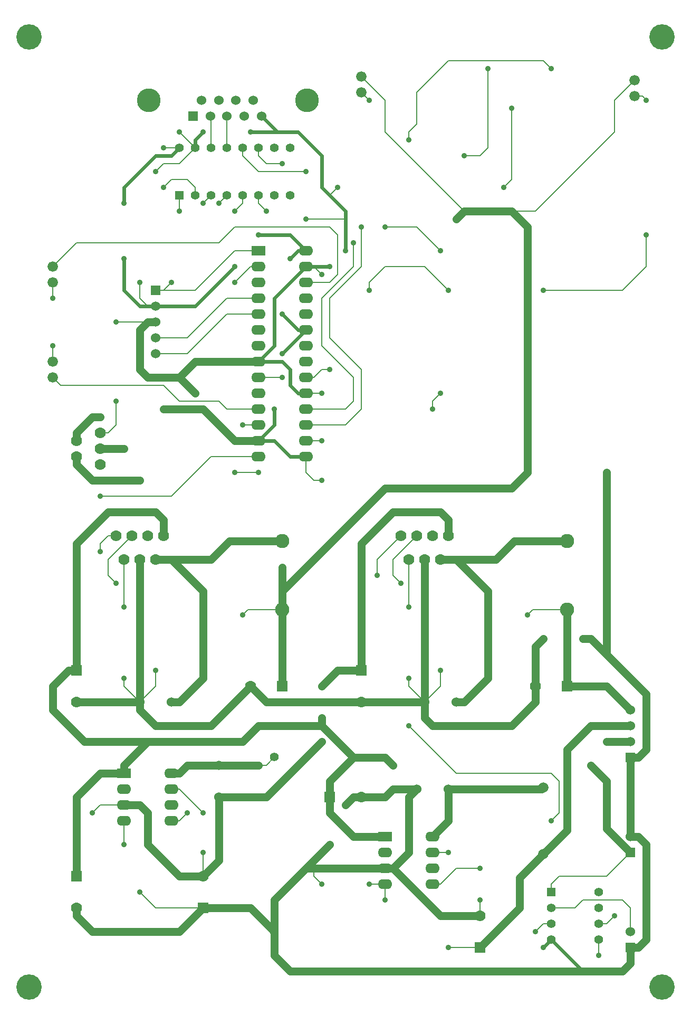
<source format=gbl>
G04 (created by PCBNEW-RS274X (2011-05-25)-stable) date Sun 19 Apr 2015 11:47:36 PM CDT*
G01*
G70*
G90*
%MOIN*%
G04 Gerber Fmt 3.4, Leading zero omitted, Abs format*
%FSLAX34Y34*%
G04 APERTURE LIST*
%ADD10C,0.006000*%
%ADD11R,0.060000X0.060000*%
%ADD12C,0.060000*%
%ADD13C,0.066000*%
%ADD14C,0.055000*%
%ADD15R,0.090000X0.062000*%
%ADD16O,0.090000X0.062000*%
%ADD17C,0.150000*%
%ADD18C,0.089800*%
%ADD19C,0.065400*%
%ADD20R,0.070000X0.070000*%
%ADD21C,0.070000*%
%ADD22R,0.055000X0.055000*%
%ADD23C,0.160000*%
%ADD24C,0.035000*%
%ADD25C,0.051200*%
%ADD26C,0.023600*%
%ADD27C,0.008000*%
G04 APERTURE END LIST*
G54D10*
G54D11*
X17000Y-31000D03*
G54D12*
X17000Y-32000D03*
X17000Y-33000D03*
X17000Y-34000D03*
X17000Y-35000D03*
G54D11*
X47000Y-66500D03*
G54D12*
X47000Y-65500D03*
G54D11*
X47000Y-72500D03*
G54D12*
X47000Y-71500D03*
X35500Y-62500D03*
X33500Y-62500D03*
X18000Y-57000D03*
X16000Y-57000D03*
X36000Y-57000D03*
X34000Y-57000D03*
X21000Y-61000D03*
X21000Y-63000D03*
G54D13*
X30000Y-17500D03*
X30000Y-18500D03*
X10500Y-36500D03*
X10500Y-35500D03*
X10500Y-29500D03*
X10500Y-30500D03*
X47250Y-17750D03*
X47250Y-18750D03*
G54D14*
X24500Y-71512D03*
X24500Y-60488D03*
G54D15*
X15000Y-61500D03*
G54D16*
X15000Y-62500D03*
X15000Y-63500D03*
X15000Y-64500D03*
X18000Y-64500D03*
X18000Y-63500D03*
X18000Y-62500D03*
X18000Y-61500D03*
G54D15*
X31500Y-65500D03*
G54D16*
X31500Y-66500D03*
X31500Y-67500D03*
X31500Y-68500D03*
X34500Y-68500D03*
X34500Y-67500D03*
X34500Y-66500D03*
X34500Y-65500D03*
X23500Y-29500D03*
X23500Y-30500D03*
X23500Y-31500D03*
X23500Y-32500D03*
X23500Y-33500D03*
X23500Y-34500D03*
X23500Y-35500D03*
X23500Y-36500D03*
X23500Y-37500D03*
X23500Y-38500D03*
X23500Y-39500D03*
X23500Y-40500D03*
X23500Y-41500D03*
G54D15*
X23500Y-28500D03*
G54D16*
X26500Y-41500D03*
X26500Y-40500D03*
X26500Y-39500D03*
X26500Y-38500D03*
X26500Y-37500D03*
X26500Y-36500D03*
X26500Y-35500D03*
X26500Y-34500D03*
X26500Y-33500D03*
X26500Y-32500D03*
X26500Y-31500D03*
X26500Y-30500D03*
X26500Y-29500D03*
X26500Y-28500D03*
G54D17*
X26550Y-19000D03*
X16550Y-19000D03*
G54D11*
X19350Y-20000D03*
G54D12*
X20450Y-20000D03*
X21500Y-20000D03*
X22600Y-20000D03*
X23700Y-20000D03*
X19900Y-19000D03*
X21000Y-19000D03*
X22050Y-19000D03*
X23150Y-19000D03*
G54D18*
X43000Y-51165D03*
X43000Y-46835D03*
X25000Y-51165D03*
X25000Y-46835D03*
G54D19*
X41500Y-66606D03*
X41500Y-62394D03*
G54D20*
X12000Y-55000D03*
G54D21*
X12000Y-57000D03*
G54D20*
X30000Y-55000D03*
G54D21*
X30000Y-57000D03*
G54D20*
X25000Y-56000D03*
G54D21*
X23000Y-56000D03*
G54D20*
X37500Y-72500D03*
G54D21*
X37500Y-70500D03*
G54D20*
X43000Y-56000D03*
G54D21*
X41000Y-56000D03*
G54D20*
X12000Y-68000D03*
G54D21*
X12000Y-70000D03*
G54D20*
X20000Y-70000D03*
G54D21*
X20000Y-68000D03*
G54D20*
X28000Y-63000D03*
G54D21*
X30000Y-63000D03*
G54D11*
X47000Y-60500D03*
G54D12*
X47000Y-59500D03*
X47000Y-58500D03*
X47000Y-57500D03*
G54D21*
X35500Y-46500D03*
X34500Y-46500D03*
X33500Y-46500D03*
X32500Y-46500D03*
X35000Y-48000D03*
X34000Y-48000D03*
X33000Y-48000D03*
X17500Y-46500D03*
X16500Y-46500D03*
X15500Y-46500D03*
X14500Y-46500D03*
X17000Y-48000D03*
X16000Y-48000D03*
X15000Y-48000D03*
G54D22*
X18500Y-25000D03*
G54D14*
X19500Y-25000D03*
X20500Y-25000D03*
X21500Y-25000D03*
X22500Y-25000D03*
X23500Y-25000D03*
X24500Y-25000D03*
X25500Y-25000D03*
X25500Y-22000D03*
X24500Y-22000D03*
X23500Y-22000D03*
X22500Y-22000D03*
X21500Y-22000D03*
X20500Y-22000D03*
X19500Y-22000D03*
X18500Y-22000D03*
G54D22*
X42000Y-69000D03*
G54D14*
X42000Y-70000D03*
X42000Y-71000D03*
X42000Y-72000D03*
X45000Y-72000D03*
X45000Y-71000D03*
X45000Y-70000D03*
X45000Y-69000D03*
G54D21*
X12000Y-41500D03*
X12000Y-40500D03*
X13500Y-42000D03*
X13500Y-41000D03*
X13500Y-40000D03*
G54D23*
X09000Y-15000D03*
X09000Y-75000D03*
X49000Y-75000D03*
X49000Y-15000D03*
G54D24*
X17500Y-38500D03*
X13500Y-39000D03*
X15000Y-29000D03*
X15000Y-25500D03*
X17500Y-22000D03*
X23500Y-27500D03*
X22000Y-29500D03*
X27500Y-43000D03*
X16000Y-30500D03*
X25000Y-35000D03*
X24500Y-38500D03*
X25500Y-29000D03*
X25000Y-32500D03*
X25000Y-48500D03*
X16000Y-43000D03*
X36000Y-26500D03*
X22500Y-51500D03*
X40500Y-51500D03*
X35500Y-72500D03*
X20000Y-66500D03*
X27500Y-59500D03*
X45500Y-59500D03*
X13000Y-64000D03*
X45000Y-73000D03*
X13500Y-44000D03*
X26500Y-26500D03*
X28500Y-24500D03*
X15000Y-41000D03*
X17000Y-23500D03*
X18500Y-21000D03*
X23000Y-21000D03*
X20000Y-21000D03*
X28000Y-29500D03*
X29000Y-28500D03*
X41500Y-72500D03*
X19500Y-37500D03*
X27500Y-68500D03*
X44000Y-53000D03*
X41500Y-53000D03*
X28000Y-66000D03*
X29000Y-63500D03*
X33000Y-55500D03*
X27500Y-30000D03*
X27500Y-37500D03*
X45500Y-42500D03*
X14500Y-33000D03*
X15000Y-55500D03*
X35000Y-55000D03*
X17000Y-55000D03*
X37500Y-69500D03*
X16000Y-69000D03*
X30500Y-19000D03*
X35000Y-28500D03*
X31500Y-27000D03*
X10500Y-31500D03*
X10500Y-34500D03*
X48000Y-19000D03*
X38000Y-17000D03*
X36500Y-22500D03*
X29500Y-28000D03*
X25000Y-23000D03*
X24000Y-26000D03*
X20000Y-25500D03*
X18500Y-26000D03*
X22000Y-26000D03*
X21000Y-25500D03*
X27500Y-40500D03*
X25000Y-36500D03*
X22500Y-39500D03*
X23500Y-42500D03*
X22000Y-42500D03*
X22000Y-30500D03*
X34500Y-38500D03*
X35000Y-37500D03*
X28000Y-36000D03*
X35500Y-31000D03*
X30500Y-31000D03*
X30000Y-27000D03*
X26500Y-23500D03*
X48000Y-27500D03*
X41500Y-31000D03*
X18000Y-30500D03*
X17500Y-24500D03*
X39500Y-19500D03*
X39000Y-24500D03*
X42000Y-17000D03*
X33000Y-21500D03*
X14500Y-38000D03*
X32000Y-61000D03*
X44500Y-61000D03*
X27500Y-58000D03*
X27500Y-56000D03*
X15000Y-51000D03*
X14500Y-49500D03*
X33000Y-51000D03*
X35500Y-66500D03*
X15000Y-66000D03*
X41000Y-71500D03*
X20000Y-64000D03*
X30500Y-68500D03*
X31500Y-69500D03*
X46000Y-70500D03*
X42000Y-64500D03*
X33000Y-58500D03*
X37500Y-67500D03*
X19000Y-64000D03*
X13500Y-47500D03*
X31000Y-49000D03*
X32500Y-49500D03*
G54D25*
X23500Y-40500D02*
X22500Y-40500D01*
X17500Y-38500D02*
X20000Y-38500D01*
X22000Y-40500D02*
X20000Y-38500D01*
X22500Y-40500D02*
X22000Y-40500D01*
X12000Y-40000D02*
X12000Y-40500D01*
X13000Y-39000D02*
X12000Y-40000D01*
X13500Y-39000D02*
X13000Y-39000D01*
G54D26*
X15000Y-25500D02*
X15000Y-24500D01*
X16000Y-32000D02*
X15000Y-31000D01*
X15000Y-31000D02*
X15000Y-29000D01*
X17000Y-32000D02*
X16000Y-32000D01*
X18000Y-22500D02*
X18500Y-22000D01*
X17000Y-22500D02*
X18000Y-22500D01*
X15000Y-24500D02*
X17000Y-22500D01*
G54D27*
X18500Y-22000D02*
X17500Y-22000D01*
G54D26*
X19500Y-32000D02*
X22000Y-29500D01*
X17000Y-32000D02*
X19500Y-32000D01*
X25500Y-27500D02*
X26500Y-28500D01*
X23500Y-27500D02*
X25500Y-27500D01*
G54D27*
X26500Y-42500D02*
X26500Y-41500D01*
X27000Y-43000D02*
X26500Y-42500D01*
X27500Y-43000D02*
X27000Y-43000D01*
X17000Y-32000D02*
X16500Y-32000D01*
X16000Y-31500D02*
X16000Y-30500D01*
X16500Y-32000D02*
X16000Y-31500D01*
G54D26*
X26500Y-33500D02*
X25000Y-35000D01*
X24500Y-38500D02*
X24500Y-39500D01*
X24500Y-39500D02*
X23500Y-40500D01*
X26500Y-28500D02*
X26000Y-28500D01*
X26000Y-28500D02*
X25500Y-29000D01*
X25000Y-32500D02*
X26000Y-33500D01*
X26000Y-33500D02*
X26500Y-33500D01*
X23500Y-40500D02*
X24500Y-40500D01*
X25500Y-41500D02*
X26500Y-41500D01*
X24500Y-40500D02*
X25500Y-41500D01*
G54D25*
X25000Y-50000D02*
X25000Y-48500D01*
X12000Y-42000D02*
X12000Y-41500D01*
X13000Y-43000D02*
X12000Y-42000D01*
X16000Y-43000D02*
X13000Y-43000D01*
G54D27*
X36500Y-26000D02*
X31500Y-21000D01*
X31500Y-21000D02*
X31500Y-19000D01*
X31500Y-19000D02*
X30000Y-17500D01*
G54D25*
X36500Y-26000D02*
X36000Y-26500D01*
X36500Y-26000D02*
X39500Y-26000D01*
X29000Y-46000D02*
X26000Y-49000D01*
X40500Y-42500D02*
X40500Y-27000D01*
X39500Y-43500D02*
X40500Y-42500D01*
X31500Y-43500D02*
X39500Y-43500D01*
X30000Y-45000D02*
X31500Y-43500D01*
X29000Y-46000D02*
X30000Y-45000D01*
X39500Y-26000D02*
X40500Y-27000D01*
X26000Y-49000D02*
X25000Y-50000D01*
G54D27*
X22500Y-51500D02*
X22835Y-51165D01*
X22835Y-51165D02*
X25000Y-51165D01*
X46000Y-19000D02*
X47250Y-17750D01*
X39500Y-26000D02*
X41000Y-26000D01*
X41000Y-26000D02*
X46000Y-21000D01*
X46000Y-21000D02*
X46000Y-19000D01*
X24835Y-51165D02*
X25000Y-51165D01*
G54D25*
X25000Y-51165D02*
X25000Y-50000D01*
X25000Y-56000D02*
X25000Y-51165D01*
G54D27*
X40835Y-51165D02*
X43000Y-51165D01*
X40500Y-51500D02*
X40835Y-51165D01*
G54D25*
X43000Y-56000D02*
X45500Y-56000D01*
X45500Y-56000D02*
X47000Y-57500D01*
X43000Y-51165D02*
X43000Y-56000D01*
X37500Y-72500D02*
X40000Y-70000D01*
X40000Y-68106D02*
X41500Y-66606D01*
X40000Y-70000D02*
X40000Y-68106D01*
X43000Y-63500D02*
X43000Y-65106D01*
X43000Y-65106D02*
X41500Y-66606D01*
X44000Y-59000D02*
X43000Y-60000D01*
X43000Y-60000D02*
X43000Y-63500D01*
X44500Y-58500D02*
X47000Y-58500D01*
X44000Y-59000D02*
X44500Y-58500D01*
G54D27*
X35500Y-72500D02*
X37500Y-72500D01*
G54D25*
X15000Y-63500D02*
X16000Y-63500D01*
X18500Y-68000D02*
X20000Y-68000D01*
X16500Y-66000D02*
X18500Y-68000D01*
X16500Y-64000D02*
X16500Y-66000D01*
X16000Y-63500D02*
X16500Y-64000D01*
X21000Y-65000D02*
X21000Y-67000D01*
X21000Y-63000D02*
X21000Y-65000D01*
X21000Y-67000D02*
X20000Y-68000D01*
G54D27*
X20000Y-66500D02*
X20000Y-68000D01*
G54D25*
X21000Y-63000D02*
X24000Y-63000D01*
X24000Y-63000D02*
X27500Y-59500D01*
X45500Y-59500D02*
X47000Y-59500D01*
G54D27*
X15000Y-63500D02*
X13500Y-63500D01*
X13500Y-63500D02*
X13000Y-64000D01*
X45000Y-73000D02*
X45000Y-72000D01*
X23500Y-41500D02*
X20500Y-41500D01*
X18000Y-44000D02*
X20500Y-41500D01*
X13500Y-44000D02*
X18000Y-44000D01*
X26500Y-26500D02*
X29000Y-26500D01*
X28500Y-24500D02*
X28000Y-25000D01*
G54D25*
X16500Y-33000D02*
X17000Y-33000D01*
X15000Y-41000D02*
X13500Y-41000D01*
G54D27*
X18500Y-23000D02*
X19500Y-22000D01*
X17500Y-23000D02*
X18500Y-23000D01*
X17000Y-23500D02*
X17500Y-23000D01*
X18500Y-21000D02*
X19500Y-22000D01*
G54D26*
X19500Y-22000D02*
X19500Y-21500D01*
X23000Y-21000D02*
X25000Y-21000D01*
X19500Y-21500D02*
X20000Y-21000D01*
X29000Y-26000D02*
X28000Y-25000D01*
X28000Y-25000D02*
X27500Y-24500D01*
X27500Y-24500D02*
X27500Y-22500D01*
X27500Y-22500D02*
X26000Y-21000D01*
X26000Y-21000D02*
X25000Y-21000D01*
X26500Y-29500D02*
X28000Y-29500D01*
X29000Y-27000D02*
X29000Y-28500D01*
X29000Y-27000D02*
X29000Y-26500D01*
X29000Y-26500D02*
X29000Y-26000D01*
X24700Y-21000D02*
X23700Y-20000D01*
X25000Y-21000D02*
X24700Y-21000D01*
X42000Y-72000D02*
X44000Y-74000D01*
X41500Y-72500D02*
X42000Y-72000D01*
X26500Y-37500D02*
X26000Y-37500D01*
X24500Y-35500D02*
X23500Y-35500D01*
X25000Y-35500D02*
X24500Y-35500D01*
X25500Y-36000D02*
X25000Y-35500D01*
X25500Y-37000D02*
X25500Y-36000D01*
X26000Y-37500D02*
X25500Y-37000D01*
G54D25*
X19500Y-37500D02*
X18500Y-36500D01*
X20500Y-35500D02*
X19500Y-35500D01*
X20500Y-35500D02*
X22000Y-35500D01*
X19500Y-35500D02*
X18500Y-36500D01*
X12000Y-70000D02*
X12000Y-70500D01*
X18500Y-71500D02*
X20000Y-70000D01*
X13000Y-71500D02*
X18500Y-71500D01*
X12000Y-70500D02*
X13000Y-71500D01*
G54D27*
X27000Y-68000D02*
X27000Y-67500D01*
X27500Y-68500D02*
X27000Y-68000D01*
G54D25*
X28500Y-67500D02*
X27000Y-67500D01*
X27000Y-67500D02*
X26500Y-67500D01*
X31500Y-67500D02*
X32000Y-67500D01*
X32000Y-67500D02*
X33000Y-66500D01*
X33000Y-63000D02*
X33500Y-62500D01*
X33000Y-66500D02*
X33000Y-63000D01*
X35000Y-70500D02*
X37500Y-70500D01*
X32000Y-67500D02*
X35000Y-70500D01*
X16000Y-57000D02*
X16000Y-57500D01*
X20500Y-58500D02*
X23000Y-56000D01*
X17000Y-58500D02*
X20500Y-58500D01*
X16000Y-57500D02*
X17000Y-58500D01*
X41000Y-56000D02*
X41000Y-53500D01*
X44500Y-53000D02*
X45500Y-54000D01*
X44000Y-53000D02*
X44500Y-53000D01*
X41000Y-53500D02*
X41500Y-53000D01*
X24500Y-71512D02*
X24500Y-69500D01*
X24500Y-69500D02*
X26500Y-67500D01*
X29500Y-63000D02*
X30000Y-63000D01*
X26500Y-67500D02*
X28000Y-66000D01*
X29000Y-63500D02*
X29500Y-63000D01*
X33500Y-62500D02*
X32000Y-62500D01*
X31500Y-63000D02*
X30000Y-63000D01*
X32000Y-62500D02*
X31500Y-63000D01*
X34000Y-48000D02*
X34000Y-54000D01*
X34000Y-54000D02*
X34000Y-57000D01*
X34000Y-57500D02*
X34000Y-58000D01*
X34000Y-57000D02*
X34000Y-57500D01*
X34500Y-58500D02*
X39500Y-58500D01*
X39500Y-58500D02*
X41000Y-57000D01*
X34000Y-58000D02*
X34500Y-58500D01*
X41000Y-57000D02*
X41000Y-56000D01*
X16000Y-48000D02*
X16000Y-54000D01*
X16000Y-54000D02*
X16000Y-57000D01*
X21500Y-35500D02*
X22000Y-35500D01*
G54D27*
X33000Y-56000D02*
X34000Y-57000D01*
X33000Y-55500D02*
X33000Y-56000D01*
X27000Y-29500D02*
X26500Y-29500D01*
X27500Y-30000D02*
X27000Y-29500D01*
X26500Y-37500D02*
X27500Y-37500D01*
G54D25*
X47000Y-60500D02*
X47500Y-60500D01*
X47500Y-60500D02*
X48000Y-60000D01*
X48000Y-60000D02*
X48000Y-56500D01*
X48000Y-56500D02*
X45500Y-54000D01*
X45500Y-54000D02*
X45500Y-42500D01*
G54D27*
X14500Y-33000D02*
X17000Y-33000D01*
G54D25*
X16000Y-36000D02*
X16500Y-36500D01*
X16000Y-35500D02*
X16000Y-36000D01*
X16500Y-33000D02*
X16000Y-33500D01*
X16000Y-33500D02*
X16000Y-35500D01*
X16500Y-36500D02*
X18500Y-36500D01*
X22000Y-35500D02*
X23500Y-35500D01*
X31500Y-67500D02*
X28500Y-67500D01*
X24500Y-71512D02*
X24500Y-73000D01*
X34500Y-74000D02*
X44000Y-74000D01*
X28500Y-74000D02*
X34500Y-74000D01*
X24500Y-73000D02*
X25500Y-74000D01*
X25500Y-74000D02*
X28500Y-74000D01*
X47000Y-73500D02*
X47000Y-72500D01*
X46500Y-74000D02*
X47000Y-73500D01*
X44000Y-74000D02*
X46500Y-74000D01*
X47000Y-65500D02*
X47500Y-65500D01*
X47500Y-65500D02*
X48000Y-66000D01*
X48000Y-66000D02*
X48000Y-72000D01*
X48000Y-72000D02*
X47500Y-72500D01*
X47500Y-72500D02*
X47000Y-72500D01*
X47000Y-65500D02*
X47000Y-60500D01*
X20000Y-70000D02*
X22988Y-70000D01*
X22988Y-70000D02*
X24500Y-71512D01*
G54D27*
X15000Y-56000D02*
X16000Y-57000D01*
X15000Y-55500D02*
X15000Y-56000D01*
G54D25*
X23000Y-56000D02*
X24000Y-57000D01*
X24000Y-57000D02*
X30000Y-57000D01*
G54D27*
X41000Y-57000D02*
X41000Y-56000D01*
G54D25*
X30000Y-57000D02*
X34000Y-57000D01*
G54D27*
X34000Y-57000D02*
X35000Y-56000D01*
X35000Y-56000D02*
X35000Y-55000D01*
G54D26*
X23500Y-35500D02*
X24500Y-34500D01*
X24500Y-31500D02*
X26500Y-29500D01*
X24500Y-34500D02*
X24500Y-31500D01*
G54D27*
X17000Y-56000D02*
X16000Y-57000D01*
X17000Y-55000D02*
X17000Y-56000D01*
G54D25*
X12000Y-57000D02*
X16000Y-57000D01*
G54D27*
X37500Y-70500D02*
X37500Y-69500D01*
X20000Y-70000D02*
X17000Y-70000D01*
X17000Y-70000D02*
X16000Y-69000D01*
X30500Y-19000D02*
X30000Y-18500D01*
X35000Y-28500D02*
X33500Y-27000D01*
X33500Y-27000D02*
X31500Y-27000D01*
X21000Y-38000D02*
X18500Y-38000D01*
X21500Y-38500D02*
X21000Y-38000D01*
X17000Y-37000D02*
X11000Y-37000D01*
X11000Y-37000D02*
X10500Y-36500D01*
X23500Y-38500D02*
X21500Y-38500D01*
X18500Y-38000D02*
X17500Y-37000D01*
X17500Y-37000D02*
X17000Y-37000D01*
X10500Y-30500D02*
X10500Y-31500D01*
X10500Y-35500D02*
X10500Y-34500D01*
X47250Y-18750D02*
X47750Y-18750D01*
X47750Y-18750D02*
X48000Y-19000D01*
X38000Y-22000D02*
X38000Y-17000D01*
X37500Y-22500D02*
X38000Y-22000D01*
X36500Y-22500D02*
X37500Y-22500D01*
X29000Y-38500D02*
X29500Y-38000D01*
X29500Y-38000D02*
X29500Y-36500D01*
X29500Y-36500D02*
X27500Y-34500D01*
X27500Y-34500D02*
X27500Y-31500D01*
X27500Y-31500D02*
X29500Y-29500D01*
X29500Y-29500D02*
X29500Y-28000D01*
X26500Y-38500D02*
X29000Y-38500D01*
X23500Y-22500D02*
X23500Y-22000D01*
X24000Y-23000D02*
X23500Y-22500D01*
X25000Y-23000D02*
X24000Y-23000D01*
X24000Y-26000D02*
X23500Y-25500D01*
X23500Y-25000D02*
X23500Y-25500D01*
X21500Y-22000D02*
X21500Y-20000D01*
X20500Y-25000D02*
X20000Y-25500D01*
X18500Y-26000D02*
X18500Y-25000D01*
X22500Y-25000D02*
X22500Y-25500D01*
X22500Y-25500D02*
X22000Y-26000D01*
X21000Y-25500D02*
X21500Y-25000D01*
X20500Y-22000D02*
X20500Y-20050D01*
X20500Y-20050D02*
X20450Y-20000D01*
X22000Y-27000D02*
X28000Y-27000D01*
X28500Y-30000D02*
X28000Y-30500D01*
X28500Y-30000D02*
X28500Y-27500D01*
X28000Y-30500D02*
X26500Y-30500D01*
X28500Y-27500D02*
X28000Y-27000D01*
X22000Y-27000D02*
X21000Y-28000D01*
X21000Y-28000D02*
X12000Y-28000D01*
X12000Y-28000D02*
X10500Y-29500D01*
X26500Y-40500D02*
X27500Y-40500D01*
X23500Y-36500D02*
X25000Y-36500D01*
X23500Y-39500D02*
X22500Y-39500D01*
X23500Y-42500D02*
X22000Y-42500D01*
X22000Y-30500D02*
X23000Y-29500D01*
X23500Y-29500D02*
X23000Y-29500D01*
X34500Y-38000D02*
X34500Y-38500D01*
X35000Y-37500D02*
X34500Y-38000D01*
X17000Y-35000D02*
X19000Y-35000D01*
X21500Y-32500D02*
X23500Y-32500D01*
X19000Y-35000D02*
X21500Y-32500D01*
X17000Y-34000D02*
X19000Y-34000D01*
X21500Y-31500D02*
X23500Y-31500D01*
X19000Y-34000D02*
X21500Y-31500D01*
X27000Y-36500D02*
X26500Y-36500D01*
X27500Y-36000D02*
X27000Y-36500D01*
X28000Y-36000D02*
X27500Y-36000D01*
X32500Y-29500D02*
X31500Y-29500D01*
X35500Y-31000D02*
X34000Y-29500D01*
X34000Y-29500D02*
X32500Y-29500D01*
X30500Y-30500D02*
X30500Y-31000D01*
X31500Y-29500D02*
X30500Y-30500D01*
X29000Y-39500D02*
X30000Y-38500D01*
X30000Y-38500D02*
X30000Y-36000D01*
X30000Y-36000D02*
X28000Y-34000D01*
X28000Y-34000D02*
X28000Y-31500D01*
X28000Y-31500D02*
X30000Y-29500D01*
X30000Y-29500D02*
X30000Y-27000D01*
X26500Y-39500D02*
X29000Y-39500D01*
X22500Y-22500D02*
X22500Y-22000D01*
X23500Y-23500D02*
X22500Y-22500D01*
X26500Y-23500D02*
X23500Y-23500D01*
X48000Y-29500D02*
X48000Y-27500D01*
X46500Y-31000D02*
X48000Y-29500D01*
X41500Y-31000D02*
X46500Y-31000D01*
X17500Y-31000D02*
X18000Y-30500D01*
X17000Y-31000D02*
X17500Y-31000D01*
X19500Y-31000D02*
X22000Y-28500D01*
X17000Y-31000D02*
X19500Y-31000D01*
X22000Y-28500D02*
X23500Y-28500D01*
X19500Y-25000D02*
X19500Y-24500D01*
X17500Y-24500D02*
X17500Y-24500D01*
X18000Y-24000D02*
X17500Y-24500D01*
X19000Y-24000D02*
X18000Y-24000D01*
X19500Y-24500D02*
X19000Y-24000D01*
X39500Y-24000D02*
X39500Y-19500D01*
X39000Y-24500D02*
X39500Y-24000D01*
X41500Y-16500D02*
X42000Y-17000D01*
X35500Y-16500D02*
X41500Y-16500D01*
X33500Y-18500D02*
X35500Y-16500D01*
X33500Y-20500D02*
X33500Y-18500D01*
X33000Y-21000D02*
X33500Y-20500D01*
X33000Y-21500D02*
X33000Y-21000D01*
G54D25*
X18000Y-48000D02*
X20000Y-50000D01*
X18500Y-57000D02*
X18000Y-57000D01*
X20000Y-55500D02*
X18500Y-57000D01*
X20000Y-50000D02*
X20000Y-55500D01*
X17000Y-48000D02*
X18000Y-48000D01*
X18000Y-48000D02*
X20500Y-48000D01*
X20500Y-48000D02*
X21665Y-46835D01*
X21665Y-46835D02*
X25000Y-46835D01*
G54D27*
X13500Y-40000D02*
X14000Y-40000D01*
X14500Y-39500D02*
X14500Y-38000D01*
X14000Y-40000D02*
X14500Y-39500D01*
X42000Y-69000D02*
X42000Y-68500D01*
X45500Y-68000D02*
X47000Y-66500D01*
X42500Y-68000D02*
X45500Y-68000D01*
X42000Y-68500D02*
X42500Y-68000D01*
G54D25*
X12000Y-49000D02*
X12000Y-47000D01*
X12000Y-55000D02*
X12000Y-49000D01*
X17500Y-45500D02*
X17500Y-46500D01*
X17000Y-45000D02*
X17500Y-45500D01*
X14000Y-45000D02*
X17000Y-45000D01*
X12000Y-47000D02*
X14000Y-45000D01*
X30000Y-49000D02*
X30000Y-47000D01*
X30000Y-55000D02*
X30000Y-49000D01*
X35500Y-45500D02*
X35500Y-46500D01*
X35000Y-45000D02*
X35500Y-45500D01*
X32000Y-45000D02*
X35000Y-45000D01*
X30000Y-47000D02*
X32000Y-45000D01*
X45500Y-62000D02*
X44500Y-61000D01*
X31500Y-60500D02*
X30500Y-60500D01*
X32000Y-61000D02*
X31500Y-60500D01*
X47000Y-66500D02*
X45500Y-65000D01*
X45500Y-65000D02*
X45500Y-62000D01*
X16500Y-59500D02*
X12500Y-59500D01*
X12500Y-59500D02*
X10500Y-57500D01*
X10500Y-57500D02*
X10500Y-56000D01*
X10500Y-56000D02*
X11500Y-55000D01*
X11500Y-55000D02*
X12000Y-55000D01*
X15000Y-61500D02*
X15000Y-61000D01*
X15000Y-61000D02*
X16500Y-59500D01*
X23500Y-58500D02*
X27500Y-58500D01*
X16500Y-59500D02*
X22500Y-59500D01*
X22500Y-59500D02*
X23500Y-58500D01*
X29500Y-60500D02*
X27500Y-58500D01*
X28500Y-55000D02*
X30000Y-55000D01*
X28500Y-55000D02*
X27500Y-56000D01*
X27500Y-58500D02*
X27500Y-58000D01*
X28000Y-63000D02*
X28000Y-64000D01*
X29500Y-65500D02*
X31500Y-65500D01*
X28000Y-64000D02*
X29500Y-65500D01*
X29500Y-60500D02*
X30500Y-60500D01*
X28000Y-62000D02*
X28000Y-63000D01*
X29500Y-60500D02*
X28000Y-62000D01*
G54D27*
X30500Y-60500D02*
X29500Y-60500D01*
G54D25*
X12000Y-68000D02*
X12000Y-67000D01*
X13500Y-61500D02*
X15000Y-61500D01*
X12000Y-63000D02*
X13500Y-61500D01*
X12000Y-67000D02*
X12000Y-63000D01*
G54D27*
X15000Y-51000D02*
X15000Y-48000D01*
X14000Y-48000D02*
X15500Y-46500D01*
X14000Y-49000D02*
X14000Y-48000D01*
X14500Y-49500D02*
X14000Y-49000D01*
X33000Y-51000D02*
X33000Y-48000D01*
G54D25*
X35500Y-62500D02*
X41394Y-62500D01*
X41394Y-62500D02*
X41500Y-62394D01*
X34500Y-65500D02*
X35500Y-64500D01*
X35500Y-64500D02*
X35500Y-62500D01*
G54D27*
X34500Y-66500D02*
X35500Y-66500D01*
X15000Y-64500D02*
X15000Y-66000D01*
X41500Y-71000D02*
X42000Y-71000D01*
X41000Y-71500D02*
X41500Y-71000D01*
X42000Y-70000D02*
X43500Y-70000D01*
X47000Y-70000D02*
X47000Y-71500D01*
X46500Y-69500D02*
X47000Y-70000D01*
X44000Y-69500D02*
X46500Y-69500D01*
X43500Y-70000D02*
X44000Y-69500D01*
G54D25*
X23500Y-61000D02*
X21000Y-61000D01*
X19000Y-61000D02*
X21000Y-61000D01*
G54D27*
X23500Y-61000D02*
X23988Y-61000D01*
X23988Y-61000D02*
X24500Y-60488D01*
X23500Y-61000D02*
X23488Y-61000D01*
G54D25*
X18000Y-61500D02*
X18500Y-61500D01*
X18500Y-61500D02*
X19000Y-61000D01*
G54D27*
X19000Y-61000D02*
X19000Y-61000D01*
X18500Y-62500D02*
X18000Y-62500D01*
X20000Y-64000D02*
X18500Y-62500D01*
X31500Y-68500D02*
X30500Y-68500D01*
X31500Y-69500D02*
X31500Y-68500D01*
X45000Y-71000D02*
X45500Y-71000D01*
X45500Y-71000D02*
X46000Y-70500D01*
X42500Y-64000D02*
X42000Y-64500D01*
X42500Y-62000D02*
X42500Y-64000D01*
X42000Y-61500D02*
X42500Y-62000D01*
X36000Y-61500D02*
X42000Y-61500D01*
X33000Y-58500D02*
X36000Y-61500D01*
X35000Y-68500D02*
X36000Y-67500D01*
X35000Y-68500D02*
X34500Y-68500D01*
X36000Y-67500D02*
X37500Y-67500D01*
X18000Y-64500D02*
X18500Y-64500D01*
X18500Y-64500D02*
X19000Y-64000D01*
X14000Y-46500D02*
X14500Y-46500D01*
X13500Y-47000D02*
X14000Y-46500D01*
X13500Y-47500D02*
X13500Y-47000D01*
X31000Y-48000D02*
X32500Y-46500D01*
X31000Y-49000D02*
X31000Y-48000D01*
G54D25*
X38000Y-55500D02*
X38000Y-50000D01*
X38000Y-50000D02*
X36000Y-48000D01*
X35000Y-48000D02*
X36000Y-48000D01*
X36000Y-48000D02*
X38500Y-48000D01*
X38500Y-48000D02*
X39665Y-46835D01*
X39665Y-46835D02*
X43000Y-46835D01*
X36000Y-57000D02*
X36500Y-57000D01*
X36500Y-57000D02*
X38000Y-55500D01*
G54D27*
X32000Y-48000D02*
X32000Y-49000D01*
X32500Y-49500D02*
X32000Y-49000D01*
X32000Y-48000D02*
X33500Y-46500D01*
M02*

</source>
